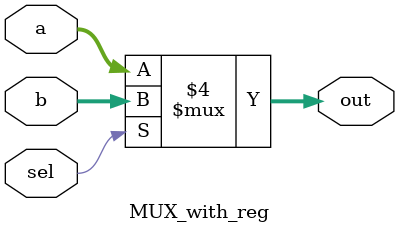
<source format=v>
module MUX_with_reg(a, b, sel, out);
    input [1:0] a, b; // 2-bit input
    input       sel; // 1-bit input
    output [1:0] out; // 2-bit output
    reg [1:0] out; // 2-bit output

    always @ (a or b or sel) begin
        if(sel == 1'b0) // MUX properties
            out = a;
        else
            out = b;
    end
endmodule

</source>
